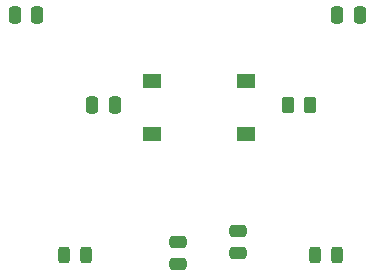
<source format=gbr>
%TF.GenerationSoftware,KiCad,Pcbnew,6.0.4-6f826c9f35~116~ubuntu18.04.1*%
%TF.CreationDate,2022-04-21T22:13:37-04:00*%
%TF.ProjectId,368project,33363870-726f-46a6-9563-742e6b696361,rev?*%
%TF.SameCoordinates,Original*%
%TF.FileFunction,Paste,Top*%
%TF.FilePolarity,Positive*%
%FSLAX46Y46*%
G04 Gerber Fmt 4.6, Leading zero omitted, Abs format (unit mm)*
G04 Created by KiCad (PCBNEW 6.0.4-6f826c9f35~116~ubuntu18.04.1) date 2022-04-21 22:13:37*
%MOMM*%
%LPD*%
G01*
G04 APERTURE LIST*
G04 Aperture macros list*
%AMRoundRect*
0 Rectangle with rounded corners*
0 $1 Rounding radius*
0 $2 $3 $4 $5 $6 $7 $8 $9 X,Y pos of 4 corners*
0 Add a 4 corners polygon primitive as box body*
4,1,4,$2,$3,$4,$5,$6,$7,$8,$9,$2,$3,0*
0 Add four circle primitives for the rounded corners*
1,1,$1+$1,$2,$3*
1,1,$1+$1,$4,$5*
1,1,$1+$1,$6,$7*
1,1,$1+$1,$8,$9*
0 Add four rect primitives between the rounded corners*
20,1,$1+$1,$2,$3,$4,$5,0*
20,1,$1+$1,$4,$5,$6,$7,0*
20,1,$1+$1,$6,$7,$8,$9,0*
20,1,$1+$1,$8,$9,$2,$3,0*%
G04 Aperture macros list end*
%ADD10RoundRect,0.250000X-0.250000X-0.475000X0.250000X-0.475000X0.250000X0.475000X-0.250000X0.475000X0*%
%ADD11RoundRect,0.243750X-0.243750X-0.456250X0.243750X-0.456250X0.243750X0.456250X-0.243750X0.456250X0*%
%ADD12R,1.550000X1.300000*%
%ADD13RoundRect,0.250000X-0.262500X-0.450000X0.262500X-0.450000X0.262500X0.450000X-0.262500X0.450000X0*%
%ADD14RoundRect,0.250000X-0.475000X0.250000X-0.475000X-0.250000X0.475000X-0.250000X0.475000X0.250000X0*%
G04 APERTURE END LIST*
D10*
%TO.C,C5*%
X155760500Y-101778000D03*
X157660500Y-101778000D03*
%TD*%
%TO.C,C9*%
X135018487Y-109397999D03*
X136918487Y-109397999D03*
%TD*%
D11*
%TO.C,LD1*%
X132580500Y-122098000D03*
X134455500Y-122098000D03*
%TD*%
D12*
%TO.C,SW1*%
X140090833Y-107319816D03*
X148050833Y-107319816D03*
X140090833Y-111819816D03*
X148050833Y-111819816D03*
%TD*%
D10*
%TO.C,C3*%
X128455500Y-101778000D03*
X130355500Y-101778000D03*
%TD*%
D13*
%TO.C,R3*%
X151605465Y-109397999D03*
X153430465Y-109397999D03*
%TD*%
D11*
%TO.C,LD2*%
X153868000Y-122098000D03*
X155743000Y-122098000D03*
%TD*%
D14*
%TO.C,C1*%
X142240000Y-122870000D03*
X142240000Y-120970000D03*
%TD*%
%TO.C,C7*%
X147320000Y-121920000D03*
X147320000Y-120020000D03*
%TD*%
M02*

</source>
